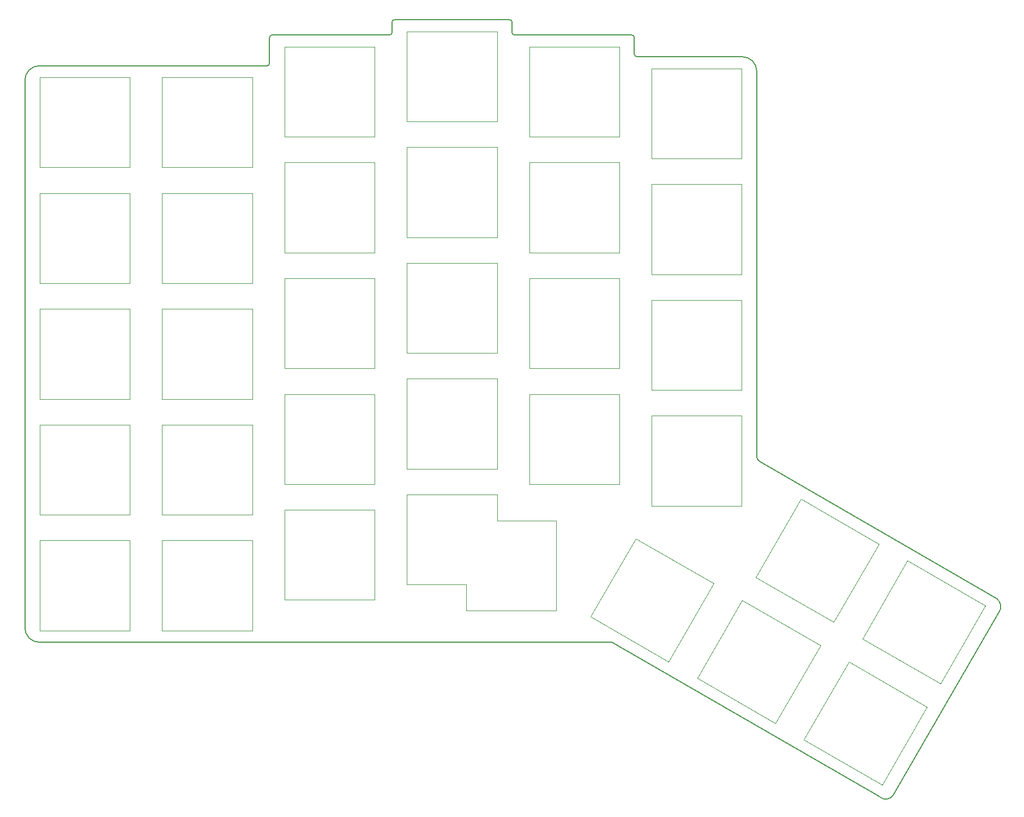
<source format=gm1>
G04 #@! TF.GenerationSoftware,KiCad,Pcbnew,(5.1.9-0-10_14)*
G04 #@! TF.CreationDate,2021-12-07T20:44:45+01:00*
G04 #@! TF.ProjectId,taira-top-plate,74616972-612d-4746-9f70-2d706c617465,1.1*
G04 #@! TF.SameCoordinates,Original*
G04 #@! TF.FileFunction,Profile,NP*
%FSLAX46Y46*%
G04 Gerber Fmt 4.6, Leading zero omitted, Abs format (unit mm)*
G04 Created by KiCad (PCBNEW (5.1.9-0-10_14)) date 2021-12-07 20:44:45*
%MOMM*%
%LPD*%
G01*
G04 APERTURE LIST*
G04 #@! TA.AperFunction,Profile*
%ADD10C,0.150000*%
G04 #@! TD*
G04 #@! TA.AperFunction,Profile*
%ADD11C,0.120000*%
G04 #@! TD*
G04 APERTURE END LIST*
D10*
X191992438Y-106686459D02*
G75*
G02*
X191571000Y-105951000I413562J725459D01*
G01*
X191992438Y-106686459D02*
X228796000Y-127992000D01*
X115926000Y-40779000D02*
X115926000Y-44785000D01*
X115546000Y-45165000D02*
X80206000Y-45165000D01*
X115926000Y-44785000D02*
G75*
G02*
X115546000Y-45165000I-380000J0D01*
G01*
X115926000Y-40779000D02*
G75*
G02*
X116306000Y-40399000I380000J0D01*
G01*
X134542000Y-40399000D02*
X116306000Y-40399000D01*
X134922000Y-40019000D02*
G75*
G02*
X134542000Y-40399000I-380000J0D01*
G01*
X134922000Y-40019000D02*
X134922000Y-38398000D01*
X134922000Y-38398000D02*
G75*
G02*
X135302000Y-38018000I380000J0D01*
G01*
X153185000Y-38017000D02*
X135302000Y-38018000D01*
X172180000Y-40400000D02*
X153945000Y-40400000D01*
X153185000Y-38017000D02*
G75*
G02*
X153565000Y-38397000I0J-380000D01*
G01*
X153565000Y-40020000D02*
X153565000Y-38397000D01*
X153945000Y-40400000D02*
G75*
G02*
X153565000Y-40020000I0J380000D01*
G01*
X172560000Y-43379000D02*
X172560000Y-40780000D01*
X172180000Y-40400000D02*
G75*
G02*
X172560000Y-40780000I0J-380000D01*
G01*
X172940000Y-43759000D02*
G75*
G02*
X172560000Y-43379000I0J380000D01*
G01*
X191570000Y-46046000D02*
G75*
G03*
X189284000Y-43760000I-2286000J0D01*
G01*
X191571000Y-105951000D02*
X191570000Y-46046000D01*
X189284000Y-43760000D02*
X172940000Y-43759000D01*
X229177000Y-130151000D02*
G75*
G03*
X228796000Y-127992000I-1270000J889000D01*
G01*
X212755000Y-158597000D02*
X229177000Y-130151000D01*
X210699455Y-158854935D02*
G75*
G03*
X212755000Y-158597000I902545J1126935D01*
G01*
X169040000Y-134800000D02*
X210699455Y-158854935D01*
X80206000Y-134800000D02*
X169040000Y-134800000D01*
X77920000Y-132514000D02*
G75*
G03*
X80206000Y-134800000I2286000J0D01*
G01*
X77920000Y-132514000D02*
X77920000Y-47451000D01*
X80206000Y-45165000D02*
G75*
G03*
X77920000Y-47451000I0J-2286000D01*
G01*
D11*
X205897822Y-137827822D02*
X198897822Y-149952178D01*
X198897822Y-149952178D02*
X211022178Y-156952178D01*
X211022178Y-156952178D02*
X218022178Y-144827822D01*
X218022178Y-144827822D02*
X205897822Y-137827822D01*
X214967822Y-122109822D02*
X207967822Y-134234178D01*
X207967822Y-134234178D02*
X220092178Y-141234178D01*
X220092178Y-141234178D02*
X227092178Y-129109822D01*
X227092178Y-129109822D02*
X214967822Y-122109822D01*
X198397822Y-112547822D02*
X191397822Y-124672178D01*
X191397822Y-124672178D02*
X203522178Y-131672178D01*
X203522178Y-131672178D02*
X210522178Y-119547822D01*
X210522178Y-119547822D02*
X198397822Y-112547822D01*
X189327822Y-128258822D02*
X182327822Y-140383178D01*
X182327822Y-140383178D02*
X194452178Y-147383178D01*
X194452178Y-147383178D02*
X201452178Y-135258822D01*
X201452178Y-135258822D02*
X189327822Y-128258822D01*
X189245000Y-113594000D02*
X189245000Y-99594000D01*
X189245000Y-99594000D02*
X175245000Y-99594000D01*
X175245000Y-99594000D02*
X175245000Y-113594000D01*
X175245000Y-113594000D02*
X189245000Y-113594000D01*
X175245000Y-81594000D02*
X175245000Y-95594000D01*
X175245000Y-95594000D02*
X189245000Y-95594000D01*
X189245000Y-95594000D02*
X189245000Y-81594000D01*
X189245000Y-81594000D02*
X175245000Y-81594000D01*
X189245000Y-77594000D02*
X189245000Y-63594000D01*
X189245000Y-63594000D02*
X175245000Y-63594000D01*
X175245000Y-63594000D02*
X175245000Y-77594000D01*
X175245000Y-77594000D02*
X189245000Y-77594000D01*
X175245000Y-45594000D02*
X175245000Y-59594000D01*
X175245000Y-59594000D02*
X189245000Y-59594000D01*
X189245000Y-59594000D02*
X189245000Y-45594000D01*
X189245000Y-45594000D02*
X175245000Y-45594000D01*
X172742822Y-118673822D02*
X165742822Y-130798178D01*
X165742822Y-130798178D02*
X177867178Y-137798178D01*
X177867178Y-137798178D02*
X184867178Y-125673822D01*
X184867178Y-125673822D02*
X172742822Y-118673822D01*
X170245000Y-110213000D02*
X170245000Y-96213000D01*
X170245000Y-96213000D02*
X156245000Y-96213000D01*
X156245000Y-96213000D02*
X156245000Y-110213000D01*
X156245000Y-110213000D02*
X170245000Y-110213000D01*
X170245000Y-92213000D02*
X170245000Y-78213000D01*
X170245000Y-78213000D02*
X156245000Y-78213000D01*
X156245000Y-78213000D02*
X156245000Y-92213000D01*
X156245000Y-92213000D02*
X170245000Y-92213000D01*
X170245000Y-74213000D02*
X170245000Y-60213000D01*
X170245000Y-60213000D02*
X156245000Y-60213000D01*
X156245000Y-60213000D02*
X156245000Y-74213000D01*
X156245000Y-74213000D02*
X170245000Y-74213000D01*
X170245000Y-56213000D02*
X170245000Y-42213000D01*
X170245000Y-42213000D02*
X156245000Y-42213000D01*
X156245000Y-42213000D02*
X156245000Y-56213000D01*
X156245000Y-56213000D02*
X170245000Y-56213000D01*
X160441000Y-115860000D02*
X160441000Y-129860000D01*
X137245000Y-111832000D02*
X137245000Y-125832000D01*
X160441000Y-129860000D02*
X146441000Y-129860000D01*
X151245000Y-111832000D02*
X137245000Y-111832000D01*
X151245000Y-115860000D02*
X151245000Y-111832000D01*
X137245000Y-125832000D02*
X146441000Y-125832000D01*
X146441000Y-125832000D02*
X146441000Y-129860000D01*
X160441000Y-115860000D02*
X151245000Y-115860000D01*
X151245000Y-107832000D02*
X151245000Y-93832000D01*
X151245000Y-93832000D02*
X137245000Y-93832000D01*
X137245000Y-93832000D02*
X137245000Y-107832000D01*
X137245000Y-107832000D02*
X151245000Y-107832000D01*
X151245000Y-89832000D02*
X151245000Y-75832000D01*
X151245000Y-75832000D02*
X137245000Y-75832000D01*
X137245000Y-75832000D02*
X137245000Y-89832000D01*
X137245000Y-89832000D02*
X151245000Y-89832000D01*
X151245000Y-71832000D02*
X151245000Y-57832000D01*
X151245000Y-57832000D02*
X137245000Y-57832000D01*
X137245000Y-57832000D02*
X137245000Y-71832000D01*
X137245000Y-71832000D02*
X151245000Y-71832000D01*
X151245000Y-53832000D02*
X151245000Y-39832000D01*
X151245000Y-39832000D02*
X137245000Y-39832000D01*
X137245000Y-39832000D02*
X137245000Y-53832000D01*
X137245000Y-53832000D02*
X151245000Y-53832000D01*
X132245000Y-128213000D02*
X132245000Y-114213000D01*
X132245000Y-114213000D02*
X118245000Y-114213000D01*
X118245000Y-114213000D02*
X118245000Y-128213000D01*
X118245000Y-128213000D02*
X132245000Y-128213000D01*
X132245000Y-110213000D02*
X132245000Y-96213000D01*
X132245000Y-96213000D02*
X118245000Y-96213000D01*
X118245000Y-96213000D02*
X118245000Y-110213000D01*
X118245000Y-110213000D02*
X132245000Y-110213000D01*
X132245000Y-92213000D02*
X132245000Y-78213000D01*
X132245000Y-78213000D02*
X118245000Y-78213000D01*
X118245000Y-78213000D02*
X118245000Y-92213000D01*
X118245000Y-92213000D02*
X132245000Y-92213000D01*
X132245000Y-74213000D02*
X132245000Y-60213000D01*
X132245000Y-60213000D02*
X118245000Y-60213000D01*
X118245000Y-60213000D02*
X118245000Y-74213000D01*
X118245000Y-74213000D02*
X132245000Y-74213000D01*
X132245000Y-56213000D02*
X132245000Y-42213000D01*
X132245000Y-42213000D02*
X118245000Y-42213000D01*
X118245000Y-42213000D02*
X118245000Y-56213000D01*
X118245000Y-56213000D02*
X132245000Y-56213000D01*
X113245000Y-132975000D02*
X113245000Y-118975000D01*
X113245000Y-118975000D02*
X99245000Y-118975000D01*
X99245000Y-118975000D02*
X99245000Y-132975000D01*
X99245000Y-132975000D02*
X113245000Y-132975000D01*
X113245000Y-114975000D02*
X113245000Y-100975000D01*
X113245000Y-100975000D02*
X99245000Y-100975000D01*
X99245000Y-100975000D02*
X99245000Y-114975000D01*
X99245000Y-114975000D02*
X113245000Y-114975000D01*
X113245000Y-96975000D02*
X113245000Y-82975000D01*
X113245000Y-82975000D02*
X99245000Y-82975000D01*
X99245000Y-82975000D02*
X99245000Y-96975000D01*
X99245000Y-96975000D02*
X113245000Y-96975000D01*
X113245000Y-78975000D02*
X113245000Y-64975000D01*
X113245000Y-64975000D02*
X99245000Y-64975000D01*
X99245000Y-64975000D02*
X99245000Y-78975000D01*
X99245000Y-78975000D02*
X113245000Y-78975000D01*
X113245000Y-60975000D02*
X113245000Y-46975000D01*
X113245000Y-46975000D02*
X99245000Y-46975000D01*
X99245000Y-46975000D02*
X99245000Y-60975000D01*
X99245000Y-60975000D02*
X113245000Y-60975000D01*
X94245000Y-132975000D02*
X94245000Y-118975000D01*
X94245000Y-118975000D02*
X80245000Y-118975000D01*
X80245000Y-118975000D02*
X80245000Y-132975000D01*
X80245000Y-132975000D02*
X94245000Y-132975000D01*
X94245000Y-114975000D02*
X94245000Y-100975000D01*
X94245000Y-100975000D02*
X80245000Y-100975000D01*
X80245000Y-100975000D02*
X80245000Y-114975000D01*
X80245000Y-114975000D02*
X94245000Y-114975000D01*
X94245000Y-96975000D02*
X94245000Y-82975000D01*
X94245000Y-82975000D02*
X80245000Y-82975000D01*
X80245000Y-82975000D02*
X80245000Y-96975000D01*
X80245000Y-96975000D02*
X94245000Y-96975000D01*
X94245000Y-78975000D02*
X94245000Y-64975000D01*
X94245000Y-64975000D02*
X80245000Y-64975000D01*
X80245000Y-64975000D02*
X80245000Y-78975000D01*
X80245000Y-78975000D02*
X94245000Y-78975000D01*
X94245000Y-60975000D02*
X94245000Y-46975000D01*
X94245000Y-46975000D02*
X80245000Y-46975000D01*
X80245000Y-46975000D02*
X80245000Y-60975000D01*
X80245000Y-60975000D02*
X94245000Y-60975000D01*
M02*

</source>
